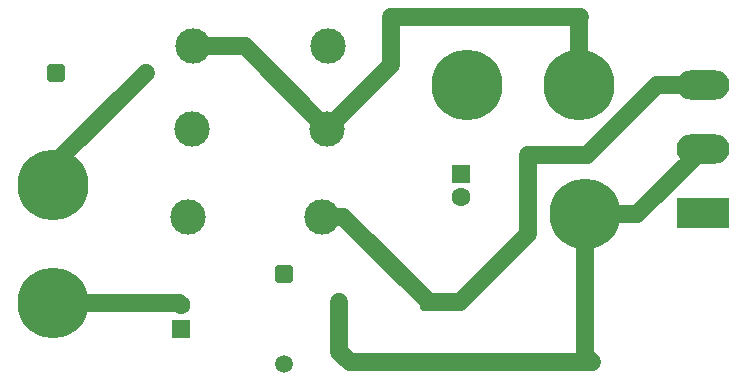
<source format=gbr>
%TF.GenerationSoftware,KiCad,Pcbnew,9.0.4*%
%TF.CreationDate,2025-09-20T20:44:59-07:00*%
%TF.ProjectId,SSTC,53535443-2e6b-4696-9361-645f70636258,rev?*%
%TF.SameCoordinates,Original*%
%TF.FileFunction,Copper,L1,Top*%
%TF.FilePolarity,Positive*%
%FSLAX46Y46*%
G04 Gerber Fmt 4.6, Leading zero omitted, Abs format (unit mm)*
G04 Created by KiCad (PCBNEW 9.0.4) date 2025-09-20 20:44:59*
%MOMM*%
%LPD*%
G01*
G04 APERTURE LIST*
G04 Aperture macros list*
%AMRoundRect*
0 Rectangle with rounded corners*
0 $1 Rounding radius*
0 $2 $3 $4 $5 $6 $7 $8 $9 X,Y pos of 4 corners*
0 Add a 4 corners polygon primitive as box body*
4,1,4,$2,$3,$4,$5,$6,$7,$8,$9,$2,$3,0*
0 Add four circle primitives for the rounded corners*
1,1,$1+$1,$2,$3*
1,1,$1+$1,$4,$5*
1,1,$1+$1,$6,$7*
1,1,$1+$1,$8,$9*
0 Add four rect primitives between the rounded corners*
20,1,$1+$1,$2,$3,$4,$5,0*
20,1,$1+$1,$4,$5,$6,$7,0*
20,1,$1+$1,$6,$7,$8,$9,0*
20,1,$1+$1,$8,$9,$2,$3,0*%
G04 Aperture macros list end*
%TA.AperFunction,ComponentPad*%
%ADD10C,1.600000*%
%TD*%
%TA.AperFunction,ComponentPad*%
%ADD11RoundRect,0.250000X-0.550000X0.550000X-0.550000X-0.550000X0.550000X-0.550000X0.550000X0.550000X0*%
%TD*%
%TA.AperFunction,ComponentPad*%
%ADD12C,6.000000*%
%TD*%
%TA.AperFunction,ComponentPad*%
%ADD13R,4.500000X2.500000*%
%TD*%
%TA.AperFunction,ComponentPad*%
%ADD14O,4.500000X2.500000*%
%TD*%
%TA.AperFunction,ComponentPad*%
%ADD15C,3.000000*%
%TD*%
%TA.AperFunction,ComponentPad*%
%ADD16RoundRect,0.250001X0.499999X0.499999X-0.499999X0.499999X-0.499999X-0.499999X0.499999X-0.499999X0*%
%TD*%
%TA.AperFunction,ComponentPad*%
%ADD17C,1.500000*%
%TD*%
%TA.AperFunction,ComponentPad*%
%ADD18RoundRect,0.250001X-0.499999X0.499999X-0.499999X-0.499999X0.499999X-0.499999X0.499999X0.499999X0*%
%TD*%
%TA.AperFunction,ComponentPad*%
%ADD19RoundRect,0.250001X-0.499999X-0.499999X0.499999X-0.499999X0.499999X0.499999X-0.499999X0.499999X0*%
%TD*%
%TA.AperFunction,ComponentPad*%
%ADD20RoundRect,0.250000X0.550000X-0.550000X0.550000X0.550000X-0.550000X0.550000X-0.550000X-0.550000X0*%
%TD*%
%TA.AperFunction,Conductor*%
%ADD21C,1.500000*%
%TD*%
G04 APERTURE END LIST*
D10*
%TO.P,C2,2*%
%TO.N,Net-(D2-A2)*%
X-277500000Y-225544888D03*
D11*
%TO.P,C2,1*%
%TO.N,Net-(C2-Pad1)*%
X-277500000Y-223544888D03*
%TD*%
D12*
%TO.P,H2,1,1*%
%TO.N,Net-(C1-Pad1)*%
X-267500000Y-216000000D03*
%TD*%
%TO.P,H3,1,1*%
%TO.N,Net-(D3-A2)*%
X-267000000Y-227000000D03*
%TD*%
%TO.P,H1,1,1*%
%TO.N,Net-(C2-Pad1)*%
X-277000000Y-216000000D03*
%TD*%
D13*
%TO.P,Q1,1,G*%
%TO.N,Net-(D2-A2)*%
X-257000000Y-226900000D03*
D14*
%TO.P,Q1,2,D*%
%TO.N,Net-(D3-A2)*%
X-257000000Y-221450000D03*
%TO.P,Q1,3,S*%
%TO.N,Net-(D2-A1)*%
X-257000000Y-216000000D03*
%TD*%
D15*
%TO.P,R3,1*%
%TO.N,Net-(C1-Pad1)*%
X-300140000Y-212780000D03*
%TO.P,R3,2*%
%TO.N,Net-(D2-A2)*%
X-288740000Y-212780000D03*
%TD*%
%TO.P,R2,1*%
%TO.N,Net-(D2-A2)*%
X-300610000Y-227200000D03*
%TO.P,R2,2*%
%TO.N,Net-(D2-A1)*%
X-289210000Y-227200000D03*
%TD*%
%TO.P,R1,1*%
%TO.N,Net-(D1-K)*%
X-300210000Y-219750000D03*
%TO.P,R1,2*%
%TO.N,Net-(C1-Pad1)*%
X-288810000Y-219750000D03*
%TD*%
D16*
%TO.P,D3,1,A1*%
%TO.N,Net-(D2-A1)*%
X-280205000Y-234440000D03*
D17*
%TO.P,D3,2,A2*%
%TO.N,Net-(D3-A2)*%
X-287825000Y-234440000D03*
%TD*%
D18*
%TO.P,D2,1,A1*%
%TO.N,Net-(D2-A1)*%
X-292470000Y-232045000D03*
D17*
%TO.P,D2,2,A2*%
%TO.N,Net-(D2-A2)*%
X-292470000Y-239665000D03*
%TD*%
D19*
%TO.P,D1,1,K*%
%TO.N,Net-(D1-K)*%
X-311800000Y-215000000D03*
D17*
%TO.P,D1,2,A*%
%TO.N,Net-(D1-A)*%
X-304180000Y-215000000D03*
%TD*%
D12*
%TO.P,H5,1,1*%
%TO.N,Net-(D2-A1)*%
X-312000000Y-234500000D03*
%TD*%
%TO.P,H4,1,1*%
%TO.N,Net-(D1-A)*%
X-312000000Y-224500000D03*
%TD*%
D20*
%TO.P,C1,1*%
%TO.N,Net-(C1-Pad1)*%
X-301140000Y-236675113D03*
D10*
%TO.P,C1,2*%
%TO.N,Net-(D2-A1)*%
X-301140000Y-234675113D03*
%TD*%
D21*
%TO.N,Net-(D2-A1)*%
X-277580000Y-234440000D02*
X-280205000Y-234440000D01*
X-271780000Y-228640000D02*
X-277580000Y-234440000D01*
X-271780000Y-221960000D02*
X-271780000Y-228640000D01*
X-266840000Y-221960000D02*
X-271780000Y-221960000D01*
X-257000000Y-216000000D02*
X-260880000Y-216000000D01*
X-260880000Y-216000000D02*
X-266840000Y-221960000D01*
%TO.N,Net-(D3-A2)*%
X-267000000Y-227000000D02*
X-262550000Y-227000000D01*
X-262550000Y-227000000D02*
X-257000000Y-221450000D01*
X-267000000Y-238880000D02*
X-267000000Y-227000000D01*
X-286910000Y-239520000D02*
X-266360000Y-239520000D01*
X-266360000Y-239520000D02*
X-267000000Y-238880000D01*
X-287825000Y-238605000D02*
X-286910000Y-239520000D01*
X-287825000Y-234440000D02*
X-287825000Y-238605000D01*
%TO.N,Net-(D2-A1)*%
X-287445000Y-227200000D02*
X-280205000Y-234440000D01*
X-289210000Y-227200000D02*
X-287445000Y-227200000D01*
%TO.N,Net-(C1-Pad1)*%
X-267420000Y-210320000D02*
X-267500000Y-210400000D01*
X-283390000Y-214330000D02*
X-283390000Y-210320000D01*
X-267500000Y-210400000D02*
X-267500000Y-216000000D01*
X-288810000Y-219750000D02*
X-283390000Y-214330000D01*
X-283390000Y-210320000D02*
X-267420000Y-210320000D01*
X-295780000Y-212780000D02*
X-288810000Y-219750000D01*
X-300140000Y-212780000D02*
X-295780000Y-212780000D01*
%TO.N,Net-(D2-A1)*%
X-301315113Y-234500000D02*
X-301140000Y-234675113D01*
X-312000000Y-234500000D02*
X-301315113Y-234500000D01*
%TO.N,Net-(D1-A)*%
X-312000000Y-222820000D02*
X-304180000Y-215000000D01*
X-312000000Y-224500000D02*
X-312000000Y-222820000D01*
%TD*%
M02*

</source>
